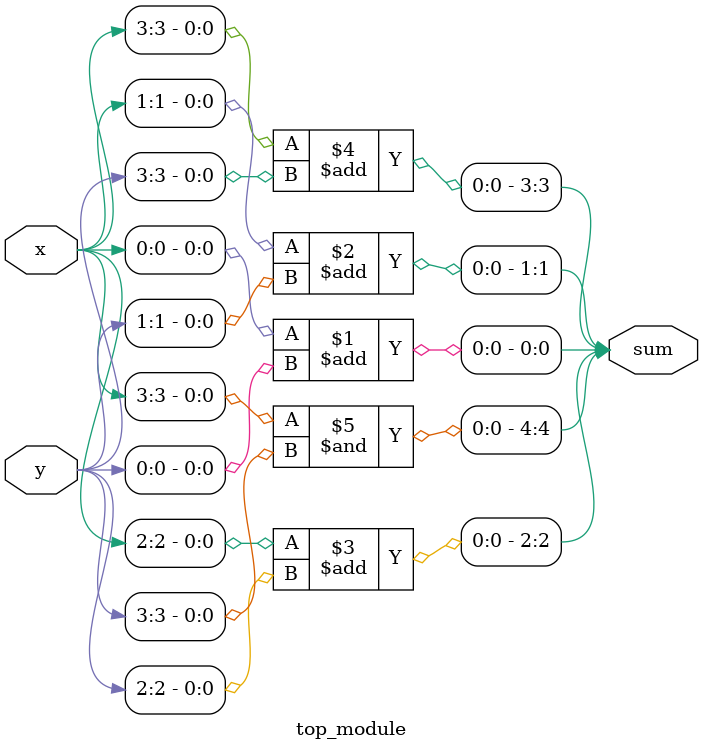
<source format=sv>
module top_module (
  input [3:0] x,
  input [3:0] y,
  output [4:0] sum
);

  assign sum[0] = x[0] + y[0];
  assign sum[1] = x[1] + y[1];
  assign sum[2] = x[2] + y[2];
  assign sum[3] = x[3] + y[3];
  assign sum[4] = x[3] & y[3];

endmodule

</source>
